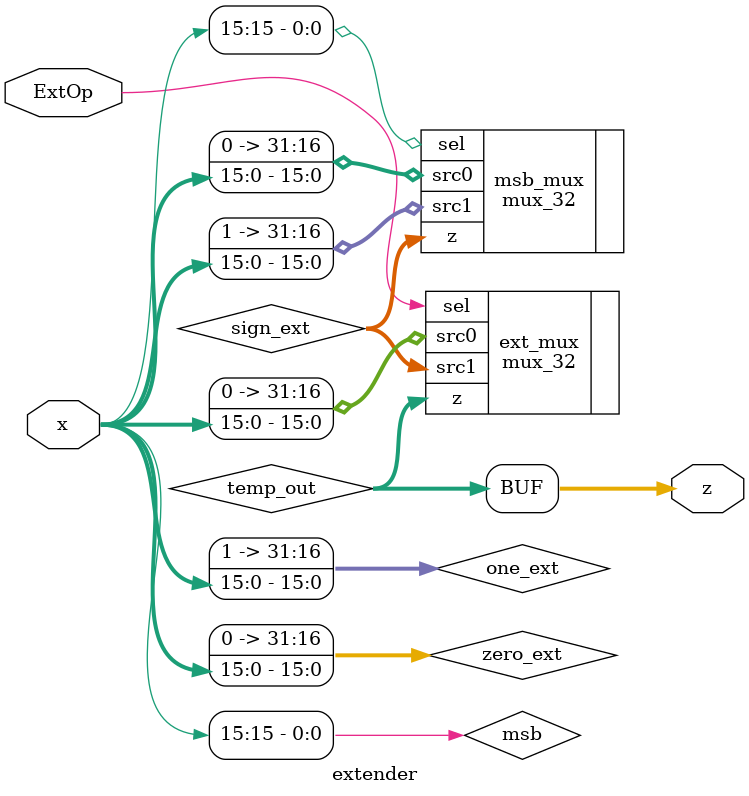
<source format=v>
module extender (x,ExtOp, z);
	input [15:0] x;
	input ExtOp;
	output [31:0] z;

	wire msb;
	wire [31:0] zero_ext;
	wire [31:0] one_ext;
	wire [31:0] sign_ext;
	wire [31:0] temp_out;

	assign msb = x[15];
	assign zero_ext[31:16] = 16'b0000000000000000;
	assign zero_ext[15:0] = x;
	assign one_ext[31:16] = 16'b1111111111111111;
	assign one_ext[15:0] = x;

	//selects 0 or 1 extended based on msb
	mux_32 msb_mux (.sel(msb), .src0(zero_ext), .src1(one_ext), .z(sign_ext));

	//selects zero or sign extend based on input arg
	mux_32 ext_mux (.sel(ExtOp), .src0(zero_ext), .src1(sign_ext), .z(temp_out));

	assign z = temp_out;
endmodule

</source>
